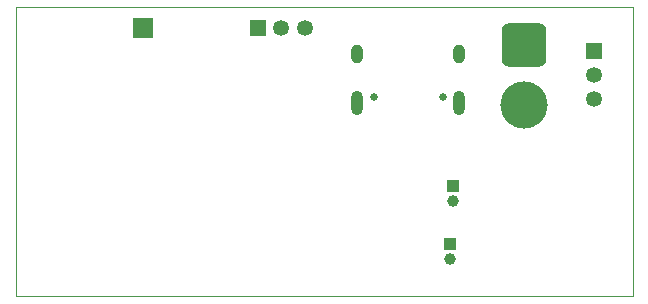
<source format=gbs>
G04 #@! TF.GenerationSoftware,KiCad,Pcbnew,9.0.3*
G04 #@! TF.CreationDate,2025-08-05T23:08:30-05:00*
G04 #@! TF.ProjectId,Battle_Bot_Mind,42617474-6c65-45f4-926f-745f4d696e64,rev?*
G04 #@! TF.SameCoordinates,Original*
G04 #@! TF.FileFunction,Soldermask,Bot*
G04 #@! TF.FilePolarity,Negative*
%FSLAX46Y46*%
G04 Gerber Fmt 4.6, Leading zero omitted, Abs format (unit mm)*
G04 Created by KiCad (PCBNEW 9.0.3) date 2025-08-05 23:08:30*
%MOMM*%
%LPD*%
G01*
G04 APERTURE LIST*
G04 Aperture macros list*
%AMRoundRect*
0 Rectangle with rounded corners*
0 $1 Rounding radius*
0 $2 $3 $4 $5 $6 $7 $8 $9 X,Y pos of 4 corners*
0 Add a 4 corners polygon primitive as box body*
4,1,4,$2,$3,$4,$5,$6,$7,$8,$9,$2,$3,0*
0 Add four circle primitives for the rounded corners*
1,1,$1+$1,$2,$3*
1,1,$1+$1,$4,$5*
1,1,$1+$1,$6,$7*
1,1,$1+$1,$8,$9*
0 Add four rect primitives between the rounded corners*
20,1,$1+$1,$2,$3,$4,$5,0*
20,1,$1+$1,$4,$5,$6,$7,0*
20,1,$1+$1,$6,$7,$8,$9,0*
20,1,$1+$1,$8,$9,$2,$3,0*%
G04 Aperture macros list end*
%ADD10RoundRect,0.760000X-1.140000X1.140000X-1.140000X-1.140000X1.140000X-1.140000X1.140000X1.140000X0*%
%ADD11C,4.000000*%
%ADD12R,1.700000X1.700000*%
%ADD13R,1.350000X1.350000*%
%ADD14C,1.350000*%
%ADD15R,1.000000X1.000000*%
%ADD16C,1.000000*%
%ADD17C,0.650000*%
%ADD18O,1.000000X2.100000*%
%ADD19O,1.000000X1.600000*%
G04 #@! TA.AperFunction,Profile*
%ADD20C,0.050000*%
G04 #@! TD*
G04 APERTURE END LIST*
D10*
G04 #@! TO.C,J2*
X142750000Y-73750000D03*
D11*
X142750000Y-78750000D03*
G04 #@! TD*
D12*
G04 #@! TO.C,J4*
X110500000Y-72250000D03*
G04 #@! TD*
D13*
G04 #@! TO.C,DBG1*
X120250000Y-72250000D03*
D14*
X122250000Y-72250000D03*
X124250000Y-72250000D03*
G04 #@! TD*
D15*
G04 #@! TO.C,M2*
X136500000Y-90550000D03*
D16*
X136500000Y-91820000D03*
G04 #@! TD*
D17*
G04 #@! TO.C,J1*
X135890000Y-78100000D03*
X130110000Y-78100000D03*
D18*
X137320000Y-78630000D03*
D19*
X137320000Y-74450000D03*
D18*
X128680000Y-78630000D03*
D19*
X128680000Y-74450000D03*
G04 #@! TD*
D15*
G04 #@! TO.C,M1*
X136800000Y-85625000D03*
D16*
X136800000Y-86895000D03*
G04 #@! TD*
D13*
G04 #@! TO.C,J3*
X148750000Y-74250000D03*
D14*
X148750000Y-76250000D03*
X148750000Y-78250000D03*
G04 #@! TD*
D20*
X152000000Y-70500000D02*
X99750000Y-70500000D01*
X99750000Y-70500000D02*
X99750000Y-95000000D01*
X152000000Y-70500000D02*
X152000000Y-95000000D01*
X152000000Y-95000000D02*
X99750000Y-95000000D01*
M02*

</source>
